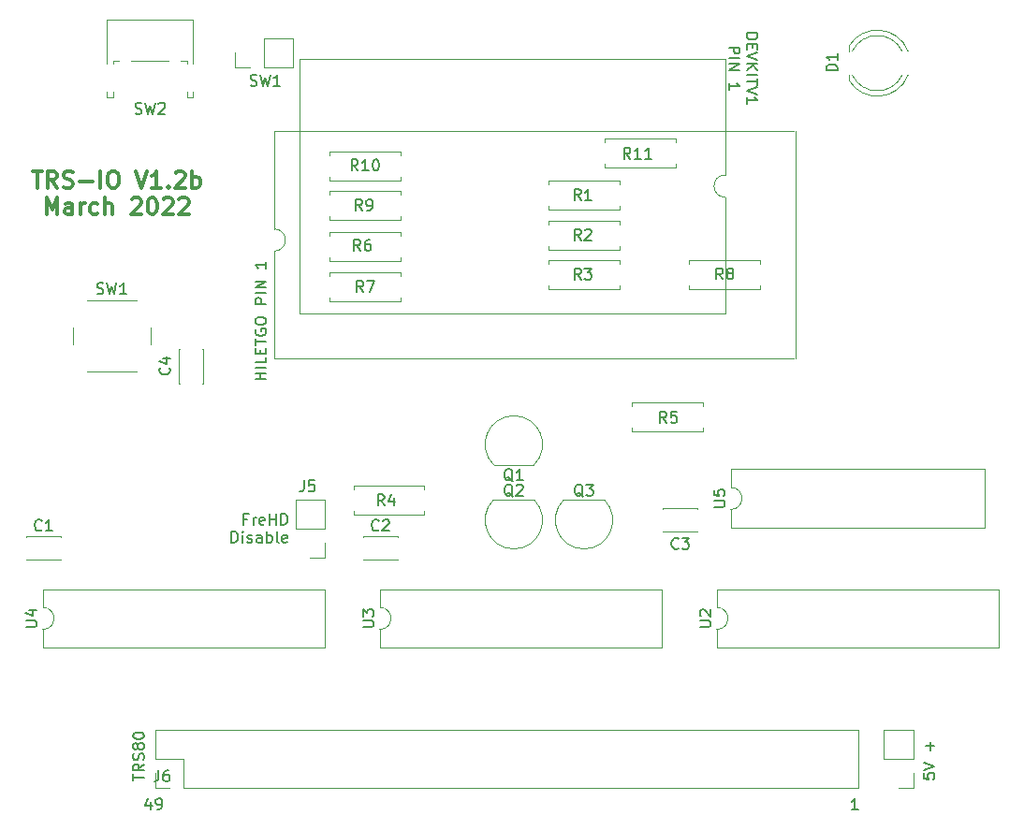
<source format=gbr>
G04 #@! TF.GenerationSoftware,KiCad,Pcbnew,(6.0.2-0)*
G04 #@! TF.CreationDate,2022-03-07T22:02:57-08:00*
G04 #@! TF.ProjectId,TRSIO,54525349-4f2e-46b6-9963-61645f706362,rev?*
G04 #@! TF.SameCoordinates,Original*
G04 #@! TF.FileFunction,Legend,Top*
G04 #@! TF.FilePolarity,Positive*
%FSLAX46Y46*%
G04 Gerber Fmt 4.6, Leading zero omitted, Abs format (unit mm)*
G04 Created by KiCad (PCBNEW (6.0.2-0)) date 2022-03-07 22:02:57*
%MOMM*%
%LPD*%
G01*
G04 APERTURE LIST*
%ADD10C,0.150000*%
%ADD11C,0.300000*%
%ADD12C,0.120000*%
G04 APERTURE END LIST*
D10*
X148272666Y-74953761D02*
X148415523Y-75001380D01*
X148653619Y-75001380D01*
X148748857Y-74953761D01*
X148796476Y-74906142D01*
X148844095Y-74810904D01*
X148844095Y-74715666D01*
X148796476Y-74620428D01*
X148748857Y-74572809D01*
X148653619Y-74525190D01*
X148463142Y-74477571D01*
X148367904Y-74429952D01*
X148320285Y-74382333D01*
X148272666Y-74287095D01*
X148272666Y-74191857D01*
X148320285Y-74096619D01*
X148367904Y-74049000D01*
X148463142Y-74001380D01*
X148701238Y-74001380D01*
X148844095Y-74049000D01*
X149177428Y-74001380D02*
X149415523Y-75001380D01*
X149606000Y-74287095D01*
X149796476Y-75001380D01*
X150034571Y-74001380D01*
X150939333Y-75001380D02*
X150367904Y-75001380D01*
X150653619Y-75001380D02*
X150653619Y-74001380D01*
X150558380Y-74144238D01*
X150463142Y-74239476D01*
X150367904Y-74287095D01*
X209129380Y-137207476D02*
X209129380Y-137683666D01*
X209605571Y-137731285D01*
X209557952Y-137683666D01*
X209510333Y-137588428D01*
X209510333Y-137350333D01*
X209557952Y-137255095D01*
X209605571Y-137207476D01*
X209700809Y-137159857D01*
X209938904Y-137159857D01*
X210034142Y-137207476D01*
X210081761Y-137255095D01*
X210129380Y-137350333D01*
X210129380Y-137588428D01*
X210081761Y-137683666D01*
X210034142Y-137731285D01*
X209129380Y-136874142D02*
X210129380Y-136540809D01*
X209129380Y-136207476D01*
X209748428Y-135112238D02*
X209748428Y-134350333D01*
X210129380Y-134731285D02*
X209367476Y-134731285D01*
X193138619Y-70239333D02*
X194138619Y-70239333D01*
X194138619Y-70477428D01*
X194091000Y-70620285D01*
X193995761Y-70715523D01*
X193900523Y-70763142D01*
X193710047Y-70810761D01*
X193567190Y-70810761D01*
X193376714Y-70763142D01*
X193281476Y-70715523D01*
X193186238Y-70620285D01*
X193138619Y-70477428D01*
X193138619Y-70239333D01*
X193662428Y-71239333D02*
X193662428Y-71572666D01*
X193138619Y-71715523D02*
X193138619Y-71239333D01*
X194138619Y-71239333D01*
X194138619Y-71715523D01*
X194138619Y-72001238D02*
X193138619Y-72334571D01*
X194138619Y-72667904D01*
X193138619Y-73001238D02*
X194138619Y-73001238D01*
X193138619Y-73572666D02*
X193710047Y-73144095D01*
X194138619Y-73572666D02*
X193567190Y-73001238D01*
X193138619Y-74001238D02*
X194138619Y-74001238D01*
X194138619Y-74334571D02*
X194138619Y-74906000D01*
X193138619Y-74620285D02*
X194138619Y-74620285D01*
X194138619Y-75096476D02*
X193138619Y-75429809D01*
X194138619Y-75763142D01*
X193138619Y-76620285D02*
X193138619Y-76048857D01*
X193138619Y-76334571D02*
X194138619Y-76334571D01*
X193995761Y-76239333D01*
X193900523Y-76144095D01*
X193852904Y-76048857D01*
X191528619Y-71525047D02*
X192528619Y-71525047D01*
X192528619Y-71906000D01*
X192481000Y-72001238D01*
X192433380Y-72048857D01*
X192338142Y-72096476D01*
X192195285Y-72096476D01*
X192100047Y-72048857D01*
X192052428Y-72001238D01*
X192004809Y-71906000D01*
X192004809Y-71525047D01*
X191528619Y-72525047D02*
X192528619Y-72525047D01*
X191528619Y-73001238D02*
X192528619Y-73001238D01*
X191528619Y-73572666D01*
X192528619Y-73572666D01*
X191528619Y-75334571D02*
X191528619Y-74763142D01*
X191528619Y-75048857D02*
X192528619Y-75048857D01*
X192385761Y-74953619D01*
X192290523Y-74858380D01*
X192242904Y-74763142D01*
D11*
X128557142Y-82721071D02*
X129414285Y-82721071D01*
X128985714Y-84221071D02*
X128985714Y-82721071D01*
X130771428Y-84221071D02*
X130271428Y-83506785D01*
X129914285Y-84221071D02*
X129914285Y-82721071D01*
X130485714Y-82721071D01*
X130628571Y-82792500D01*
X130700000Y-82863928D01*
X130771428Y-83006785D01*
X130771428Y-83221071D01*
X130700000Y-83363928D01*
X130628571Y-83435357D01*
X130485714Y-83506785D01*
X129914285Y-83506785D01*
X131342857Y-84149642D02*
X131557142Y-84221071D01*
X131914285Y-84221071D01*
X132057142Y-84149642D01*
X132128571Y-84078214D01*
X132200000Y-83935357D01*
X132200000Y-83792500D01*
X132128571Y-83649642D01*
X132057142Y-83578214D01*
X131914285Y-83506785D01*
X131628571Y-83435357D01*
X131485714Y-83363928D01*
X131414285Y-83292500D01*
X131342857Y-83149642D01*
X131342857Y-83006785D01*
X131414285Y-82863928D01*
X131485714Y-82792500D01*
X131628571Y-82721071D01*
X131985714Y-82721071D01*
X132200000Y-82792500D01*
X132842857Y-83649642D02*
X133985714Y-83649642D01*
X134700000Y-84221071D02*
X134700000Y-82721071D01*
X135700000Y-82721071D02*
X135985714Y-82721071D01*
X136128571Y-82792500D01*
X136271428Y-82935357D01*
X136342857Y-83221071D01*
X136342857Y-83721071D01*
X136271428Y-84006785D01*
X136128571Y-84149642D01*
X135985714Y-84221071D01*
X135700000Y-84221071D01*
X135557142Y-84149642D01*
X135414285Y-84006785D01*
X135342857Y-83721071D01*
X135342857Y-83221071D01*
X135414285Y-82935357D01*
X135557142Y-82792500D01*
X135700000Y-82721071D01*
X137914285Y-82721071D02*
X138414285Y-84221071D01*
X138914285Y-82721071D01*
X140200000Y-84221071D02*
X139342857Y-84221071D01*
X139771428Y-84221071D02*
X139771428Y-82721071D01*
X139628571Y-82935357D01*
X139485714Y-83078214D01*
X139342857Y-83149642D01*
X140842857Y-84078214D02*
X140914285Y-84149642D01*
X140842857Y-84221071D01*
X140771428Y-84149642D01*
X140842857Y-84078214D01*
X140842857Y-84221071D01*
X141485714Y-82863928D02*
X141557142Y-82792500D01*
X141700000Y-82721071D01*
X142057142Y-82721071D01*
X142200000Y-82792500D01*
X142271428Y-82863928D01*
X142342857Y-83006785D01*
X142342857Y-83149642D01*
X142271428Y-83363928D01*
X141414285Y-84221071D01*
X142342857Y-84221071D01*
X142985714Y-84221071D02*
X142985714Y-82721071D01*
X142985714Y-83292500D02*
X143128571Y-83221071D01*
X143414285Y-83221071D01*
X143557142Y-83292500D01*
X143628571Y-83363928D01*
X143700000Y-83506785D01*
X143700000Y-83935357D01*
X143628571Y-84078214D01*
X143557142Y-84149642D01*
X143414285Y-84221071D01*
X143128571Y-84221071D01*
X142985714Y-84149642D01*
X129807142Y-86636071D02*
X129807142Y-85136071D01*
X130307142Y-86207500D01*
X130807142Y-85136071D01*
X130807142Y-86636071D01*
X132164285Y-86636071D02*
X132164285Y-85850357D01*
X132092857Y-85707500D01*
X131950000Y-85636071D01*
X131664285Y-85636071D01*
X131521428Y-85707500D01*
X132164285Y-86564642D02*
X132021428Y-86636071D01*
X131664285Y-86636071D01*
X131521428Y-86564642D01*
X131450000Y-86421785D01*
X131450000Y-86278928D01*
X131521428Y-86136071D01*
X131664285Y-86064642D01*
X132021428Y-86064642D01*
X132164285Y-85993214D01*
X132878571Y-86636071D02*
X132878571Y-85636071D01*
X132878571Y-85921785D02*
X132950000Y-85778928D01*
X133021428Y-85707500D01*
X133164285Y-85636071D01*
X133307142Y-85636071D01*
X134450000Y-86564642D02*
X134307142Y-86636071D01*
X134021428Y-86636071D01*
X133878571Y-86564642D01*
X133807142Y-86493214D01*
X133735714Y-86350357D01*
X133735714Y-85921785D01*
X133807142Y-85778928D01*
X133878571Y-85707500D01*
X134021428Y-85636071D01*
X134307142Y-85636071D01*
X134450000Y-85707500D01*
X135092857Y-86636071D02*
X135092857Y-85136071D01*
X135735714Y-86636071D02*
X135735714Y-85850357D01*
X135664285Y-85707500D01*
X135521428Y-85636071D01*
X135307142Y-85636071D01*
X135164285Y-85707500D01*
X135092857Y-85778928D01*
X137521428Y-85278928D02*
X137592857Y-85207500D01*
X137735714Y-85136071D01*
X138092857Y-85136071D01*
X138235714Y-85207500D01*
X138307142Y-85278928D01*
X138378571Y-85421785D01*
X138378571Y-85564642D01*
X138307142Y-85778928D01*
X137450000Y-86636071D01*
X138378571Y-86636071D01*
X139307142Y-85136071D02*
X139450000Y-85136071D01*
X139592857Y-85207500D01*
X139664285Y-85278928D01*
X139735714Y-85421785D01*
X139807142Y-85707500D01*
X139807142Y-86064642D01*
X139735714Y-86350357D01*
X139664285Y-86493214D01*
X139592857Y-86564642D01*
X139450000Y-86636071D01*
X139307142Y-86636071D01*
X139164285Y-86564642D01*
X139092857Y-86493214D01*
X139021428Y-86350357D01*
X138950000Y-86064642D01*
X138950000Y-85707500D01*
X139021428Y-85421785D01*
X139092857Y-85278928D01*
X139164285Y-85207500D01*
X139307142Y-85136071D01*
X140378571Y-85278928D02*
X140450000Y-85207500D01*
X140592857Y-85136071D01*
X140950000Y-85136071D01*
X141092857Y-85207500D01*
X141164285Y-85278928D01*
X141235714Y-85421785D01*
X141235714Y-85564642D01*
X141164285Y-85778928D01*
X140307142Y-86636071D01*
X141235714Y-86636071D01*
X141807142Y-85278928D02*
X141878571Y-85207500D01*
X142021428Y-85136071D01*
X142378571Y-85136071D01*
X142521428Y-85207500D01*
X142592857Y-85278928D01*
X142664285Y-85421785D01*
X142664285Y-85564642D01*
X142592857Y-85778928D01*
X141735714Y-86636071D01*
X142664285Y-86636071D01*
D10*
X139223785Y-139803214D02*
X139223785Y-140469880D01*
X138985690Y-139422261D02*
X138747595Y-140136547D01*
X139366642Y-140136547D01*
X139795214Y-140469880D02*
X139985690Y-140469880D01*
X140080928Y-140422261D01*
X140128547Y-140374642D01*
X140223785Y-140231785D01*
X140271404Y-140041309D01*
X140271404Y-139660357D01*
X140223785Y-139565119D01*
X140176166Y-139517500D01*
X140080928Y-139469880D01*
X139890452Y-139469880D01*
X139795214Y-139517500D01*
X139747595Y-139565119D01*
X139699976Y-139660357D01*
X139699976Y-139898452D01*
X139747595Y-139993690D01*
X139795214Y-140041309D01*
X139890452Y-140088928D01*
X140080928Y-140088928D01*
X140176166Y-140041309D01*
X140223785Y-139993690D01*
X140271404Y-139898452D01*
X137628380Y-137850285D02*
X137628380Y-137278857D01*
X138628380Y-137564571D02*
X137628380Y-137564571D01*
X138628380Y-136374095D02*
X138152190Y-136707428D01*
X138628380Y-136945523D02*
X137628380Y-136945523D01*
X137628380Y-136564571D01*
X137676000Y-136469333D01*
X137723619Y-136421714D01*
X137818857Y-136374095D01*
X137961714Y-136374095D01*
X138056952Y-136421714D01*
X138104571Y-136469333D01*
X138152190Y-136564571D01*
X138152190Y-136945523D01*
X138580761Y-135993142D02*
X138628380Y-135850285D01*
X138628380Y-135612190D01*
X138580761Y-135516952D01*
X138533142Y-135469333D01*
X138437904Y-135421714D01*
X138342666Y-135421714D01*
X138247428Y-135469333D01*
X138199809Y-135516952D01*
X138152190Y-135612190D01*
X138104571Y-135802666D01*
X138056952Y-135897904D01*
X138009333Y-135945523D01*
X137914095Y-135993142D01*
X137818857Y-135993142D01*
X137723619Y-135945523D01*
X137676000Y-135897904D01*
X137628380Y-135802666D01*
X137628380Y-135564571D01*
X137676000Y-135421714D01*
X138056952Y-134850285D02*
X138009333Y-134945523D01*
X137961714Y-134993142D01*
X137866476Y-135040761D01*
X137818857Y-135040761D01*
X137723619Y-134993142D01*
X137676000Y-134945523D01*
X137628380Y-134850285D01*
X137628380Y-134659809D01*
X137676000Y-134564571D01*
X137723619Y-134516952D01*
X137818857Y-134469333D01*
X137866476Y-134469333D01*
X137961714Y-134516952D01*
X138009333Y-134564571D01*
X138056952Y-134659809D01*
X138056952Y-134850285D01*
X138104571Y-134945523D01*
X138152190Y-134993142D01*
X138247428Y-135040761D01*
X138437904Y-135040761D01*
X138533142Y-134993142D01*
X138580761Y-134945523D01*
X138628380Y-134850285D01*
X138628380Y-134659809D01*
X138580761Y-134564571D01*
X138533142Y-134516952D01*
X138437904Y-134469333D01*
X138247428Y-134469333D01*
X138152190Y-134516952D01*
X138104571Y-134564571D01*
X138056952Y-134659809D01*
X137628380Y-133850285D02*
X137628380Y-133755047D01*
X137676000Y-133659809D01*
X137723619Y-133612190D01*
X137818857Y-133564571D01*
X138009333Y-133516952D01*
X138247428Y-133516952D01*
X138437904Y-133564571D01*
X138533142Y-133612190D01*
X138580761Y-133659809D01*
X138628380Y-133755047D01*
X138628380Y-133850285D01*
X138580761Y-133945523D01*
X138533142Y-133993142D01*
X138437904Y-134040761D01*
X138247428Y-134088380D01*
X138009333Y-134088380D01*
X137818857Y-134040761D01*
X137723619Y-133993142D01*
X137676000Y-133945523D01*
X137628380Y-133850285D01*
X147984976Y-114185571D02*
X147651642Y-114185571D01*
X147651642Y-114709380D02*
X147651642Y-113709380D01*
X148127833Y-113709380D01*
X148508785Y-114709380D02*
X148508785Y-114042714D01*
X148508785Y-114233190D02*
X148556404Y-114137952D01*
X148604023Y-114090333D01*
X148699261Y-114042714D01*
X148794500Y-114042714D01*
X149508785Y-114661761D02*
X149413547Y-114709380D01*
X149223071Y-114709380D01*
X149127833Y-114661761D01*
X149080214Y-114566523D01*
X149080214Y-114185571D01*
X149127833Y-114090333D01*
X149223071Y-114042714D01*
X149413547Y-114042714D01*
X149508785Y-114090333D01*
X149556404Y-114185571D01*
X149556404Y-114280809D01*
X149080214Y-114376047D01*
X149984976Y-114709380D02*
X149984976Y-113709380D01*
X149984976Y-114185571D02*
X150556404Y-114185571D01*
X150556404Y-114709380D02*
X150556404Y-113709380D01*
X151032595Y-114709380D02*
X151032595Y-113709380D01*
X151270690Y-113709380D01*
X151413547Y-113757000D01*
X151508785Y-113852238D01*
X151556404Y-113947476D01*
X151604023Y-114137952D01*
X151604023Y-114280809D01*
X151556404Y-114471285D01*
X151508785Y-114566523D01*
X151413547Y-114661761D01*
X151270690Y-114709380D01*
X151032595Y-114709380D01*
X146556404Y-116319380D02*
X146556404Y-115319380D01*
X146794500Y-115319380D01*
X146937357Y-115367000D01*
X147032595Y-115462238D01*
X147080214Y-115557476D01*
X147127833Y-115747952D01*
X147127833Y-115890809D01*
X147080214Y-116081285D01*
X147032595Y-116176523D01*
X146937357Y-116271761D01*
X146794500Y-116319380D01*
X146556404Y-116319380D01*
X147556404Y-116319380D02*
X147556404Y-115652714D01*
X147556404Y-115319380D02*
X147508785Y-115367000D01*
X147556404Y-115414619D01*
X147604023Y-115367000D01*
X147556404Y-115319380D01*
X147556404Y-115414619D01*
X147984976Y-116271761D02*
X148080214Y-116319380D01*
X148270690Y-116319380D01*
X148365928Y-116271761D01*
X148413547Y-116176523D01*
X148413547Y-116128904D01*
X148365928Y-116033666D01*
X148270690Y-115986047D01*
X148127833Y-115986047D01*
X148032595Y-115938428D01*
X147984976Y-115843190D01*
X147984976Y-115795571D01*
X148032595Y-115700333D01*
X148127833Y-115652714D01*
X148270690Y-115652714D01*
X148365928Y-115700333D01*
X149270690Y-116319380D02*
X149270690Y-115795571D01*
X149223071Y-115700333D01*
X149127833Y-115652714D01*
X148937357Y-115652714D01*
X148842119Y-115700333D01*
X149270690Y-116271761D02*
X149175452Y-116319380D01*
X148937357Y-116319380D01*
X148842119Y-116271761D01*
X148794500Y-116176523D01*
X148794500Y-116081285D01*
X148842119Y-115986047D01*
X148937357Y-115938428D01*
X149175452Y-115938428D01*
X149270690Y-115890809D01*
X149746880Y-116319380D02*
X149746880Y-115319380D01*
X149746880Y-115700333D02*
X149842119Y-115652714D01*
X150032595Y-115652714D01*
X150127833Y-115700333D01*
X150175452Y-115747952D01*
X150223071Y-115843190D01*
X150223071Y-116128904D01*
X150175452Y-116224142D01*
X150127833Y-116271761D01*
X150032595Y-116319380D01*
X149842119Y-116319380D01*
X149746880Y-116271761D01*
X150794500Y-116319380D02*
X150699261Y-116271761D01*
X150651642Y-116176523D01*
X150651642Y-115319380D01*
X151556404Y-116271761D02*
X151461166Y-116319380D01*
X151270690Y-116319380D01*
X151175452Y-116271761D01*
X151127833Y-116176523D01*
X151127833Y-115795571D01*
X151175452Y-115700333D01*
X151270690Y-115652714D01*
X151461166Y-115652714D01*
X151556404Y-115700333D01*
X151604023Y-115795571D01*
X151604023Y-115890809D01*
X151127833Y-115986047D01*
X149677380Y-101551714D02*
X148677380Y-101551714D01*
X149153571Y-101551714D02*
X149153571Y-100980285D01*
X149677380Y-100980285D02*
X148677380Y-100980285D01*
X149677380Y-100504095D02*
X148677380Y-100504095D01*
X149677380Y-99551714D02*
X149677380Y-100027904D01*
X148677380Y-100027904D01*
X149153571Y-99218380D02*
X149153571Y-98885047D01*
X149677380Y-98742190D02*
X149677380Y-99218380D01*
X148677380Y-99218380D01*
X148677380Y-98742190D01*
X148677380Y-98456476D02*
X148677380Y-97885047D01*
X149677380Y-98170761D02*
X148677380Y-98170761D01*
X148725000Y-97027904D02*
X148677380Y-97123142D01*
X148677380Y-97266000D01*
X148725000Y-97408857D01*
X148820238Y-97504095D01*
X148915476Y-97551714D01*
X149105952Y-97599333D01*
X149248809Y-97599333D01*
X149439285Y-97551714D01*
X149534523Y-97504095D01*
X149629761Y-97408857D01*
X149677380Y-97266000D01*
X149677380Y-97170761D01*
X149629761Y-97027904D01*
X149582142Y-96980285D01*
X149248809Y-96980285D01*
X149248809Y-97170761D01*
X148677380Y-96361238D02*
X148677380Y-96170761D01*
X148725000Y-96075523D01*
X148820238Y-95980285D01*
X149010714Y-95932666D01*
X149344047Y-95932666D01*
X149534523Y-95980285D01*
X149629761Y-96075523D01*
X149677380Y-96170761D01*
X149677380Y-96361238D01*
X149629761Y-96456476D01*
X149534523Y-96551714D01*
X149344047Y-96599333D01*
X149010714Y-96599333D01*
X148820238Y-96551714D01*
X148725000Y-96456476D01*
X148677380Y-96361238D01*
X149677380Y-94742190D02*
X148677380Y-94742190D01*
X148677380Y-94361238D01*
X148725000Y-94266000D01*
X148772619Y-94218380D01*
X148867857Y-94170761D01*
X149010714Y-94170761D01*
X149105952Y-94218380D01*
X149153571Y-94266000D01*
X149201190Y-94361238D01*
X149201190Y-94742190D01*
X149677380Y-93742190D02*
X148677380Y-93742190D01*
X149677380Y-93266000D02*
X148677380Y-93266000D01*
X149677380Y-92694571D01*
X148677380Y-92694571D01*
X149677380Y-90932666D02*
X149677380Y-91504095D01*
X149677380Y-91218380D02*
X148677380Y-91218380D01*
X148820238Y-91313619D01*
X148915476Y-91408857D01*
X148963095Y-91504095D01*
X203231714Y-140469880D02*
X202660285Y-140469880D01*
X202946000Y-140469880D02*
X202946000Y-139469880D01*
X202850761Y-139612738D01*
X202755523Y-139707976D01*
X202660285Y-139755595D01*
X129373333Y-115165142D02*
X129325714Y-115212761D01*
X129182857Y-115260380D01*
X129087619Y-115260380D01*
X128944761Y-115212761D01*
X128849523Y-115117523D01*
X128801904Y-115022285D01*
X128754285Y-114831809D01*
X128754285Y-114688952D01*
X128801904Y-114498476D01*
X128849523Y-114403238D01*
X128944761Y-114308000D01*
X129087619Y-114260380D01*
X129182857Y-114260380D01*
X129325714Y-114308000D01*
X129373333Y-114355619D01*
X130325714Y-115260380D02*
X129754285Y-115260380D01*
X130040000Y-115260380D02*
X130040000Y-114260380D01*
X129944761Y-114403238D01*
X129849523Y-114498476D01*
X129754285Y-114546095D01*
X159853333Y-115165142D02*
X159805714Y-115212761D01*
X159662857Y-115260380D01*
X159567619Y-115260380D01*
X159424761Y-115212761D01*
X159329523Y-115117523D01*
X159281904Y-115022285D01*
X159234285Y-114831809D01*
X159234285Y-114688952D01*
X159281904Y-114498476D01*
X159329523Y-114403238D01*
X159424761Y-114308000D01*
X159567619Y-114260380D01*
X159662857Y-114260380D01*
X159805714Y-114308000D01*
X159853333Y-114355619D01*
X160234285Y-114355619D02*
X160281904Y-114308000D01*
X160377142Y-114260380D01*
X160615238Y-114260380D01*
X160710476Y-114308000D01*
X160758095Y-114355619D01*
X160805714Y-114450857D01*
X160805714Y-114546095D01*
X160758095Y-114688952D01*
X160186666Y-115260380D01*
X160805714Y-115260380D01*
X186967833Y-116816142D02*
X186920214Y-116863761D01*
X186777357Y-116911380D01*
X186682119Y-116911380D01*
X186539261Y-116863761D01*
X186444023Y-116768523D01*
X186396404Y-116673285D01*
X186348785Y-116482809D01*
X186348785Y-116339952D01*
X186396404Y-116149476D01*
X186444023Y-116054238D01*
X186539261Y-115959000D01*
X186682119Y-115911380D01*
X186777357Y-115911380D01*
X186920214Y-115959000D01*
X186967833Y-116006619D01*
X187301166Y-115911380D02*
X187920214Y-115911380D01*
X187586880Y-116292333D01*
X187729738Y-116292333D01*
X187824976Y-116339952D01*
X187872595Y-116387571D01*
X187920214Y-116482809D01*
X187920214Y-116720904D01*
X187872595Y-116816142D01*
X187824976Y-116863761D01*
X187729738Y-116911380D01*
X187444023Y-116911380D01*
X187348785Y-116863761D01*
X187301166Y-116816142D01*
X140922142Y-100516666D02*
X140969761Y-100564285D01*
X141017380Y-100707142D01*
X141017380Y-100802380D01*
X140969761Y-100945238D01*
X140874523Y-101040476D01*
X140779285Y-101088095D01*
X140588809Y-101135714D01*
X140445952Y-101135714D01*
X140255476Y-101088095D01*
X140160238Y-101040476D01*
X140065000Y-100945238D01*
X140017380Y-100802380D01*
X140017380Y-100707142D01*
X140065000Y-100564285D01*
X140112619Y-100516666D01*
X140350714Y-99659523D02*
X141017380Y-99659523D01*
X139969761Y-99897619D02*
X140684047Y-100135714D01*
X140684047Y-99516666D01*
X201343380Y-73624595D02*
X200343380Y-73624595D01*
X200343380Y-73386500D01*
X200391000Y-73243642D01*
X200486238Y-73148404D01*
X200581476Y-73100785D01*
X200771952Y-73053166D01*
X200914809Y-73053166D01*
X201105285Y-73100785D01*
X201200523Y-73148404D01*
X201295761Y-73243642D01*
X201343380Y-73386500D01*
X201343380Y-73624595D01*
X201343380Y-72100785D02*
X201343380Y-72672214D01*
X201343380Y-72386500D02*
X200343380Y-72386500D01*
X200486238Y-72481738D01*
X200581476Y-72576976D01*
X200629095Y-72672214D01*
X171989761Y-110783619D02*
X171894523Y-110736000D01*
X171799285Y-110640761D01*
X171656428Y-110497904D01*
X171561190Y-110450285D01*
X171465952Y-110450285D01*
X171513571Y-110688380D02*
X171418333Y-110640761D01*
X171323095Y-110545523D01*
X171275476Y-110355047D01*
X171275476Y-110021714D01*
X171323095Y-109831238D01*
X171418333Y-109736000D01*
X171513571Y-109688380D01*
X171704047Y-109688380D01*
X171799285Y-109736000D01*
X171894523Y-109831238D01*
X171942142Y-110021714D01*
X171942142Y-110355047D01*
X171894523Y-110545523D01*
X171799285Y-110640761D01*
X171704047Y-110688380D01*
X171513571Y-110688380D01*
X172894523Y-110688380D02*
X172323095Y-110688380D01*
X172608809Y-110688380D02*
X172608809Y-109688380D01*
X172513571Y-109831238D01*
X172418333Y-109926476D01*
X172323095Y-109974095D01*
X171989761Y-112180619D02*
X171894523Y-112133000D01*
X171799285Y-112037761D01*
X171656428Y-111894904D01*
X171561190Y-111847285D01*
X171465952Y-111847285D01*
X171513571Y-112085380D02*
X171418333Y-112037761D01*
X171323095Y-111942523D01*
X171275476Y-111752047D01*
X171275476Y-111418714D01*
X171323095Y-111228238D01*
X171418333Y-111133000D01*
X171513571Y-111085380D01*
X171704047Y-111085380D01*
X171799285Y-111133000D01*
X171894523Y-111228238D01*
X171942142Y-111418714D01*
X171942142Y-111752047D01*
X171894523Y-111942523D01*
X171799285Y-112037761D01*
X171704047Y-112085380D01*
X171513571Y-112085380D01*
X172323095Y-111180619D02*
X172370714Y-111133000D01*
X172465952Y-111085380D01*
X172704047Y-111085380D01*
X172799285Y-111133000D01*
X172846904Y-111180619D01*
X172894523Y-111275857D01*
X172894523Y-111371095D01*
X172846904Y-111513952D01*
X172275476Y-112085380D01*
X172894523Y-112085380D01*
X178339761Y-112180619D02*
X178244523Y-112133000D01*
X178149285Y-112037761D01*
X178006428Y-111894904D01*
X177911190Y-111847285D01*
X177815952Y-111847285D01*
X177863571Y-112085380D02*
X177768333Y-112037761D01*
X177673095Y-111942523D01*
X177625476Y-111752047D01*
X177625476Y-111418714D01*
X177673095Y-111228238D01*
X177768333Y-111133000D01*
X177863571Y-111085380D01*
X178054047Y-111085380D01*
X178149285Y-111133000D01*
X178244523Y-111228238D01*
X178292142Y-111418714D01*
X178292142Y-111752047D01*
X178244523Y-111942523D01*
X178149285Y-112037761D01*
X178054047Y-112085380D01*
X177863571Y-112085380D01*
X178625476Y-111085380D02*
X179244523Y-111085380D01*
X178911190Y-111466333D01*
X179054047Y-111466333D01*
X179149285Y-111513952D01*
X179196904Y-111561571D01*
X179244523Y-111656809D01*
X179244523Y-111894904D01*
X179196904Y-111990142D01*
X179149285Y-112037761D01*
X179054047Y-112085380D01*
X178768333Y-112085380D01*
X178673095Y-112037761D01*
X178625476Y-111990142D01*
X178141333Y-88971380D02*
X177808000Y-88495190D01*
X177569904Y-88971380D02*
X177569904Y-87971380D01*
X177950857Y-87971380D01*
X178046095Y-88019000D01*
X178093714Y-88066619D01*
X178141333Y-88161857D01*
X178141333Y-88304714D01*
X178093714Y-88399952D01*
X178046095Y-88447571D01*
X177950857Y-88495190D01*
X177569904Y-88495190D01*
X178522285Y-88066619D02*
X178569904Y-88019000D01*
X178665142Y-87971380D01*
X178903238Y-87971380D01*
X178998476Y-88019000D01*
X179046095Y-88066619D01*
X179093714Y-88161857D01*
X179093714Y-88257095D01*
X179046095Y-88399952D01*
X178474666Y-88971380D01*
X179093714Y-88971380D01*
X134377666Y-93781761D02*
X134520523Y-93829380D01*
X134758619Y-93829380D01*
X134853857Y-93781761D01*
X134901476Y-93734142D01*
X134949095Y-93638904D01*
X134949095Y-93543666D01*
X134901476Y-93448428D01*
X134853857Y-93400809D01*
X134758619Y-93353190D01*
X134568142Y-93305571D01*
X134472904Y-93257952D01*
X134425285Y-93210333D01*
X134377666Y-93115095D01*
X134377666Y-93019857D01*
X134425285Y-92924619D01*
X134472904Y-92877000D01*
X134568142Y-92829380D01*
X134806238Y-92829380D01*
X134949095Y-92877000D01*
X135282428Y-92829380D02*
X135520523Y-93829380D01*
X135711000Y-93115095D01*
X135901476Y-93829380D01*
X136139571Y-92829380D01*
X137044333Y-93829380D02*
X136472904Y-93829380D01*
X136758619Y-93829380D02*
X136758619Y-92829380D01*
X136663380Y-92972238D01*
X136568142Y-93067476D01*
X136472904Y-93115095D01*
X188892380Y-123951904D02*
X189701904Y-123951904D01*
X189797142Y-123904285D01*
X189844761Y-123856666D01*
X189892380Y-123761428D01*
X189892380Y-123570952D01*
X189844761Y-123475714D01*
X189797142Y-123428095D01*
X189701904Y-123380476D01*
X188892380Y-123380476D01*
X188987619Y-122951904D02*
X188940000Y-122904285D01*
X188892380Y-122809047D01*
X188892380Y-122570952D01*
X188940000Y-122475714D01*
X188987619Y-122428095D01*
X189082857Y-122380476D01*
X189178095Y-122380476D01*
X189320952Y-122428095D01*
X189892380Y-122999523D01*
X189892380Y-122380476D01*
X158412380Y-123951904D02*
X159221904Y-123951904D01*
X159317142Y-123904285D01*
X159364761Y-123856666D01*
X159412380Y-123761428D01*
X159412380Y-123570952D01*
X159364761Y-123475714D01*
X159317142Y-123428095D01*
X159221904Y-123380476D01*
X158412380Y-123380476D01*
X158412380Y-122999523D02*
X158412380Y-122380476D01*
X158793333Y-122713809D01*
X158793333Y-122570952D01*
X158840952Y-122475714D01*
X158888571Y-122428095D01*
X158983809Y-122380476D01*
X159221904Y-122380476D01*
X159317142Y-122428095D01*
X159364761Y-122475714D01*
X159412380Y-122570952D01*
X159412380Y-122856666D01*
X159364761Y-122951904D01*
X159317142Y-122999523D01*
X127932380Y-123951904D02*
X128741904Y-123951904D01*
X128837142Y-123904285D01*
X128884761Y-123856666D01*
X128932380Y-123761428D01*
X128932380Y-123570952D01*
X128884761Y-123475714D01*
X128837142Y-123428095D01*
X128741904Y-123380476D01*
X127932380Y-123380476D01*
X128265714Y-122475714D02*
X128932380Y-122475714D01*
X127884761Y-122713809D02*
X128599047Y-122951904D01*
X128599047Y-122332857D01*
X137858666Y-77493761D02*
X138001523Y-77541380D01*
X138239619Y-77541380D01*
X138334857Y-77493761D01*
X138382476Y-77446142D01*
X138430095Y-77350904D01*
X138430095Y-77255666D01*
X138382476Y-77160428D01*
X138334857Y-77112809D01*
X138239619Y-77065190D01*
X138049142Y-77017571D01*
X137953904Y-76969952D01*
X137906285Y-76922333D01*
X137858666Y-76827095D01*
X137858666Y-76731857D01*
X137906285Y-76636619D01*
X137953904Y-76589000D01*
X138049142Y-76541380D01*
X138287238Y-76541380D01*
X138430095Y-76589000D01*
X138763428Y-76541380D02*
X139001523Y-77541380D01*
X139192000Y-76827095D01*
X139382476Y-77541380D01*
X139620571Y-76541380D01*
X139953904Y-76636619D02*
X140001523Y-76589000D01*
X140096761Y-76541380D01*
X140334857Y-76541380D01*
X140430095Y-76589000D01*
X140477714Y-76636619D01*
X140525333Y-76731857D01*
X140525333Y-76827095D01*
X140477714Y-76969952D01*
X139906285Y-77541380D01*
X140525333Y-77541380D01*
X153082666Y-110704380D02*
X153082666Y-111418666D01*
X153035047Y-111561523D01*
X152939809Y-111656761D01*
X152796952Y-111704380D01*
X152701714Y-111704380D01*
X154035047Y-110704380D02*
X153558857Y-110704380D01*
X153511238Y-111180571D01*
X153558857Y-111132952D01*
X153654095Y-111085333D01*
X153892190Y-111085333D01*
X153987428Y-111132952D01*
X154035047Y-111180571D01*
X154082666Y-111275809D01*
X154082666Y-111513904D01*
X154035047Y-111609142D01*
X153987428Y-111656761D01*
X153892190Y-111704380D01*
X153654095Y-111704380D01*
X153558857Y-111656761D01*
X153511238Y-111609142D01*
X160361333Y-112974380D02*
X160028000Y-112498190D01*
X159789904Y-112974380D02*
X159789904Y-111974380D01*
X160170857Y-111974380D01*
X160266095Y-112022000D01*
X160313714Y-112069619D01*
X160361333Y-112164857D01*
X160361333Y-112307714D01*
X160313714Y-112402952D01*
X160266095Y-112450571D01*
X160170857Y-112498190D01*
X159789904Y-112498190D01*
X161218476Y-112307714D02*
X161218476Y-112974380D01*
X160980380Y-111926761D02*
X160742285Y-112641047D01*
X161361333Y-112641047D01*
X139938166Y-136929880D02*
X139938166Y-137644166D01*
X139890547Y-137787023D01*
X139795309Y-137882261D01*
X139652452Y-137929880D01*
X139557214Y-137929880D01*
X140842928Y-136929880D02*
X140652452Y-136929880D01*
X140557214Y-136977500D01*
X140509595Y-137025119D01*
X140414357Y-137167976D01*
X140366738Y-137358452D01*
X140366738Y-137739404D01*
X140414357Y-137834642D01*
X140461976Y-137882261D01*
X140557214Y-137929880D01*
X140747690Y-137929880D01*
X140842928Y-137882261D01*
X140890547Y-137834642D01*
X140938166Y-137739404D01*
X140938166Y-137501309D01*
X140890547Y-137406071D01*
X140842928Y-137358452D01*
X140747690Y-137310833D01*
X140557214Y-137310833D01*
X140461976Y-137358452D01*
X140414357Y-137406071D01*
X140366738Y-137501309D01*
X185888333Y-105481380D02*
X185555000Y-105005190D01*
X185316904Y-105481380D02*
X185316904Y-104481380D01*
X185697857Y-104481380D01*
X185793095Y-104529000D01*
X185840714Y-104576619D01*
X185888333Y-104671857D01*
X185888333Y-104814714D01*
X185840714Y-104909952D01*
X185793095Y-104957571D01*
X185697857Y-105005190D01*
X185316904Y-105005190D01*
X186793095Y-104481380D02*
X186316904Y-104481380D01*
X186269285Y-104957571D01*
X186316904Y-104909952D01*
X186412142Y-104862333D01*
X186650238Y-104862333D01*
X186745476Y-104909952D01*
X186793095Y-104957571D01*
X186840714Y-105052809D01*
X186840714Y-105290904D01*
X186793095Y-105386142D01*
X186745476Y-105433761D01*
X186650238Y-105481380D01*
X186412142Y-105481380D01*
X186316904Y-105433761D01*
X186269285Y-105386142D01*
X158202333Y-89923880D02*
X157869000Y-89447690D01*
X157630904Y-89923880D02*
X157630904Y-88923880D01*
X158011857Y-88923880D01*
X158107095Y-88971500D01*
X158154714Y-89019119D01*
X158202333Y-89114357D01*
X158202333Y-89257214D01*
X158154714Y-89352452D01*
X158107095Y-89400071D01*
X158011857Y-89447690D01*
X157630904Y-89447690D01*
X159059476Y-88923880D02*
X158869000Y-88923880D01*
X158773761Y-88971500D01*
X158726142Y-89019119D01*
X158630904Y-89161976D01*
X158583285Y-89352452D01*
X158583285Y-89733404D01*
X158630904Y-89828642D01*
X158678523Y-89876261D01*
X158773761Y-89923880D01*
X158964238Y-89923880D01*
X159059476Y-89876261D01*
X159107095Y-89828642D01*
X159154714Y-89733404D01*
X159154714Y-89495309D01*
X159107095Y-89400071D01*
X159059476Y-89352452D01*
X158964238Y-89304833D01*
X158773761Y-89304833D01*
X158678523Y-89352452D01*
X158630904Y-89400071D01*
X158583285Y-89495309D01*
X158469332Y-93648879D02*
X158135999Y-93172689D01*
X157897903Y-93648879D02*
X157897903Y-92648879D01*
X158278856Y-92648879D01*
X158374094Y-92696499D01*
X158421713Y-92744118D01*
X158469332Y-92839356D01*
X158469332Y-92982213D01*
X158421713Y-93077451D01*
X158374094Y-93125070D01*
X158278856Y-93172689D01*
X157897903Y-93172689D01*
X158802665Y-92648879D02*
X159469332Y-92648879D01*
X159040760Y-93648879D01*
X190976332Y-92501379D02*
X190642999Y-92025189D01*
X190404903Y-92501379D02*
X190404903Y-91501379D01*
X190785856Y-91501379D01*
X190881094Y-91548999D01*
X190928713Y-91596618D01*
X190976332Y-91691856D01*
X190976332Y-91834713D01*
X190928713Y-91929951D01*
X190881094Y-91977570D01*
X190785856Y-92025189D01*
X190404903Y-92025189D01*
X191547760Y-91929951D02*
X191452522Y-91882332D01*
X191404903Y-91834713D01*
X191357284Y-91739475D01*
X191357284Y-91691856D01*
X191404903Y-91596618D01*
X191452522Y-91548999D01*
X191547760Y-91501379D01*
X191738237Y-91501379D01*
X191833475Y-91548999D01*
X191881094Y-91596618D01*
X191928713Y-91691856D01*
X191928713Y-91739475D01*
X191881094Y-91834713D01*
X191833475Y-91882332D01*
X191738237Y-91929951D01*
X191547760Y-91929951D01*
X191452522Y-91977570D01*
X191404903Y-92025189D01*
X191357284Y-92120427D01*
X191357284Y-92310903D01*
X191404903Y-92406141D01*
X191452522Y-92453760D01*
X191547760Y-92501379D01*
X191738237Y-92501379D01*
X191833475Y-92453760D01*
X191881094Y-92406141D01*
X191928713Y-92310903D01*
X191928713Y-92120427D01*
X191881094Y-92025189D01*
X191833475Y-91977570D01*
X191738237Y-91929951D01*
X158358832Y-86271379D02*
X158025499Y-85795189D01*
X157787403Y-86271379D02*
X157787403Y-85271379D01*
X158168356Y-85271379D01*
X158263594Y-85318999D01*
X158311213Y-85366618D01*
X158358832Y-85461856D01*
X158358832Y-85604713D01*
X158311213Y-85699951D01*
X158263594Y-85747570D01*
X158168356Y-85795189D01*
X157787403Y-85795189D01*
X158835022Y-86271379D02*
X159025499Y-86271379D01*
X159120737Y-86223760D01*
X159168356Y-86176141D01*
X159263594Y-86033284D01*
X159311213Y-85842808D01*
X159311213Y-85461856D01*
X159263594Y-85366618D01*
X159215975Y-85318999D01*
X159120737Y-85271379D01*
X158930260Y-85271379D01*
X158835022Y-85318999D01*
X158787403Y-85366618D01*
X158739784Y-85461856D01*
X158739784Y-85699951D01*
X158787403Y-85795189D01*
X158835022Y-85842808D01*
X158930260Y-85890427D01*
X159120737Y-85890427D01*
X159215975Y-85842808D01*
X159263594Y-85795189D01*
X159311213Y-85699951D01*
X157980142Y-82656379D02*
X157646809Y-82180189D01*
X157408714Y-82656379D02*
X157408714Y-81656379D01*
X157789666Y-81656379D01*
X157884904Y-81703999D01*
X157932523Y-81751618D01*
X157980142Y-81846856D01*
X157980142Y-81989713D01*
X157932523Y-82084951D01*
X157884904Y-82132570D01*
X157789666Y-82180189D01*
X157408714Y-82180189D01*
X158932523Y-82656379D02*
X158361095Y-82656379D01*
X158646809Y-82656379D02*
X158646809Y-81656379D01*
X158551571Y-81799237D01*
X158456333Y-81894475D01*
X158361095Y-81942094D01*
X159551571Y-81656379D02*
X159646809Y-81656379D01*
X159742047Y-81703999D01*
X159789666Y-81751618D01*
X159837285Y-81846856D01*
X159884904Y-82037332D01*
X159884904Y-82275427D01*
X159837285Y-82465903D01*
X159789666Y-82561141D01*
X159742047Y-82608760D01*
X159646809Y-82656379D01*
X159551571Y-82656379D01*
X159456333Y-82608760D01*
X159408714Y-82561141D01*
X159361095Y-82465903D01*
X159313476Y-82275427D01*
X159313476Y-82037332D01*
X159361095Y-81846856D01*
X159408714Y-81751618D01*
X159456333Y-81703999D01*
X159551571Y-81656379D01*
X190162380Y-113093404D02*
X190971904Y-113093404D01*
X191067142Y-113045785D01*
X191114761Y-112998166D01*
X191162380Y-112902928D01*
X191162380Y-112712452D01*
X191114761Y-112617214D01*
X191067142Y-112569595D01*
X190971904Y-112521976D01*
X190162380Y-112521976D01*
X190162380Y-111569595D02*
X190162380Y-112045785D01*
X190638571Y-112093404D01*
X190590952Y-112045785D01*
X190543333Y-111950547D01*
X190543333Y-111712452D01*
X190590952Y-111617214D01*
X190638571Y-111569595D01*
X190733809Y-111521976D01*
X190971904Y-111521976D01*
X191067142Y-111569595D01*
X191114761Y-111617214D01*
X191162380Y-111712452D01*
X191162380Y-111950547D01*
X191114761Y-112045785D01*
X191067142Y-112093404D01*
X182618142Y-81605380D02*
X182284809Y-81129190D01*
X182046714Y-81605380D02*
X182046714Y-80605380D01*
X182427666Y-80605380D01*
X182522904Y-80653000D01*
X182570523Y-80700619D01*
X182618142Y-80795857D01*
X182618142Y-80938714D01*
X182570523Y-81033952D01*
X182522904Y-81081571D01*
X182427666Y-81129190D01*
X182046714Y-81129190D01*
X183570523Y-81605380D02*
X182999095Y-81605380D01*
X183284809Y-81605380D02*
X183284809Y-80605380D01*
X183189571Y-80748238D01*
X183094333Y-80843476D01*
X182999095Y-80891095D01*
X184522904Y-81605380D02*
X183951476Y-81605380D01*
X184237190Y-81605380D02*
X184237190Y-80605380D01*
X184141952Y-80748238D01*
X184046714Y-80843476D01*
X183951476Y-80891095D01*
X178141333Y-92527380D02*
X177808000Y-92051190D01*
X177569904Y-92527380D02*
X177569904Y-91527380D01*
X177950857Y-91527380D01*
X178046095Y-91575000D01*
X178093714Y-91622619D01*
X178141333Y-91717857D01*
X178141333Y-91860714D01*
X178093714Y-91955952D01*
X178046095Y-92003571D01*
X177950857Y-92051190D01*
X177569904Y-92051190D01*
X178474666Y-91527380D02*
X179093714Y-91527380D01*
X178760380Y-91908333D01*
X178903238Y-91908333D01*
X178998476Y-91955952D01*
X179046095Y-92003571D01*
X179093714Y-92098809D01*
X179093714Y-92336904D01*
X179046095Y-92432142D01*
X178998476Y-92479761D01*
X178903238Y-92527380D01*
X178617523Y-92527380D01*
X178522285Y-92479761D01*
X178474666Y-92432142D01*
X178141333Y-85351880D02*
X177808000Y-84875690D01*
X177569904Y-85351880D02*
X177569904Y-84351880D01*
X177950857Y-84351880D01*
X178046095Y-84399500D01*
X178093714Y-84447119D01*
X178141333Y-84542357D01*
X178141333Y-84685214D01*
X178093714Y-84780452D01*
X178046095Y-84828071D01*
X177950857Y-84875690D01*
X177569904Y-84875690D01*
X179093714Y-85351880D02*
X178522285Y-85351880D01*
X178808000Y-85351880D02*
X178808000Y-84351880D01*
X178712761Y-84494738D01*
X178617523Y-84589976D01*
X178522285Y-84637595D01*
D12*
X128000000Y-117900000D02*
X128000000Y-117836000D01*
X131120000Y-117900000D02*
X128000000Y-117900000D01*
X131120000Y-117900000D02*
X131120000Y-117836000D01*
X131120000Y-115844000D02*
X131120000Y-115780000D01*
X128000000Y-115844000D02*
X128000000Y-115780000D01*
X131120000Y-115780000D02*
X128000000Y-115780000D01*
X158480000Y-115844000D02*
X158480000Y-115780000D01*
X161600000Y-117900000D02*
X158480000Y-117900000D01*
X158480000Y-117900000D02*
X158480000Y-117836000D01*
X161600000Y-115844000D02*
X161600000Y-115780000D01*
X161600000Y-115780000D02*
X158480000Y-115780000D01*
X161600000Y-117900000D02*
X161600000Y-117836000D01*
X188651000Y-115360000D02*
X188651000Y-115296000D01*
X188651000Y-113240000D02*
X185531000Y-113240000D01*
X185531000Y-113304000D02*
X185531000Y-113240000D01*
X188651000Y-113304000D02*
X188651000Y-113240000D01*
X185531000Y-115360000D02*
X185531000Y-115296000D01*
X188651000Y-115360000D02*
X185531000Y-115360000D01*
X143871000Y-101910000D02*
X143935000Y-101910000D01*
X141815000Y-98790000D02*
X141879000Y-98790000D01*
X143935000Y-101910000D02*
X143935000Y-98790000D01*
X141815000Y-101910000D02*
X141815000Y-98790000D01*
X141815000Y-101910000D02*
X141879000Y-101910000D01*
X143871000Y-98790000D02*
X143935000Y-98790000D01*
X202395000Y-71405000D02*
X202395000Y-71870000D01*
X202395000Y-74030000D02*
X202395000Y-74495000D01*
X202395000Y-74494830D02*
G75*
G03*
X207742815Y-74030827I2560000J1544831D01*
G01*
X202700316Y-74030000D02*
G75*
G03*
X207209479Y-74030429I2254684J1080000D01*
G01*
X207209479Y-71869571D02*
G75*
G03*
X202700316Y-71870000I-2254479J-1080429D01*
G01*
X207742814Y-71869173D02*
G75*
G03*
X202395000Y-71405170I-2787814J-1080826D01*
G01*
X170285000Y-109292000D02*
X173885000Y-109292000D01*
X172085000Y-104841999D02*
G75*
G03*
X170246522Y-109280478I0J-2600001D01*
G01*
X173923478Y-109280478D02*
G75*
G03*
X172085000Y-104842000I-1838478J1838478D01*
G01*
X173885000Y-112450000D02*
X170285000Y-112450000D01*
X172085000Y-116900001D02*
G75*
G03*
X173923478Y-112461522I0J2600001D01*
G01*
X170246522Y-112461522D02*
G75*
G03*
X172085000Y-116900000I1838478J-1838478D01*
G01*
X180235000Y-112450000D02*
X176635000Y-112450000D01*
X176596522Y-112461522D02*
G75*
G03*
X178435000Y-116900000I1838478J-1838478D01*
G01*
X178435000Y-116900001D02*
G75*
G03*
X180273478Y-112461522I0J2600001D01*
G01*
X175225000Y-89829000D02*
X181645000Y-89829000D01*
X175225000Y-87539000D02*
X175225000Y-87209000D01*
X175225000Y-87209000D02*
X181645000Y-87209000D01*
X175225000Y-89499000D02*
X175225000Y-89829000D01*
X181645000Y-87209000D02*
X181645000Y-87539000D01*
X181645000Y-89829000D02*
X181645000Y-89499000D01*
X139211000Y-98377000D02*
X139211000Y-96877000D01*
X132211000Y-96877000D02*
X132211000Y-98377000D01*
X133461000Y-100877000D02*
X137961000Y-100877000D01*
X137961000Y-94377000D02*
X133461000Y-94377000D01*
X215960000Y-120540000D02*
X190440000Y-120540000D01*
X190440000Y-120540000D02*
X190440000Y-122190000D01*
X190440000Y-125840000D02*
X215960000Y-125840000D01*
X215960000Y-125840000D02*
X215960000Y-120540000D01*
X190440000Y-124190000D02*
X190440000Y-125840000D01*
X190440000Y-124190000D02*
G75*
G03*
X190440000Y-122190000I0J1000000D01*
G01*
X185480000Y-120540000D02*
X159960000Y-120540000D01*
X185480000Y-125840000D02*
X185480000Y-120540000D01*
X159960000Y-120540000D02*
X159960000Y-122190000D01*
X159960000Y-125840000D02*
X185480000Y-125840000D01*
X159960000Y-124190000D02*
X159960000Y-125840000D01*
X159960000Y-124190000D02*
G75*
G03*
X159960000Y-122190000I0J1000000D01*
G01*
X129480000Y-125840000D02*
X155000000Y-125840000D01*
X129480000Y-124190000D02*
X129480000Y-125840000D01*
X155000000Y-120540000D02*
X129480000Y-120540000D01*
X155000000Y-125840000D02*
X155000000Y-120540000D01*
X129480000Y-120540000D02*
X129480000Y-122190000D01*
X129480000Y-124190000D02*
G75*
G03*
X129480000Y-122190000I0J1000000D01*
G01*
X140970000Y-138490000D02*
X139640000Y-138490000D01*
X139640000Y-135890000D02*
X139640000Y-133290000D01*
X139640000Y-138490000D02*
X139640000Y-137160000D01*
X142240000Y-135890000D02*
X139640000Y-135890000D01*
X203260000Y-138490000D02*
X203260000Y-133290000D01*
X142240000Y-138490000D02*
X142240000Y-135890000D01*
X139640000Y-133290000D02*
X203260000Y-133290000D01*
X142240000Y-138490000D02*
X203260000Y-138490000D01*
X191182500Y-72534000D02*
X152657500Y-72534000D01*
X191195000Y-95614000D02*
X191195000Y-85074000D01*
X191195000Y-83074000D02*
X191195000Y-72534000D01*
X152657500Y-72534000D02*
X152657500Y-95614000D01*
X152657500Y-95614000D02*
X191182500Y-95614000D01*
X191195000Y-83074000D02*
G75*
G03*
X191195000Y-85074000I0J-1000000D01*
G01*
X150447500Y-99678000D02*
X197427500Y-99678000D01*
X150435000Y-79112600D02*
X150435000Y-87950800D01*
X150435000Y-89950800D02*
X150435000Y-99678000D01*
X197545000Y-99678000D02*
X197545000Y-79112600D01*
X197427500Y-79112600D02*
X150447500Y-79112600D01*
X150409600Y-89950800D02*
G75*
G03*
X150409600Y-87950800I0J1000000D01*
G01*
X208213000Y-137160000D02*
X208213000Y-138490000D01*
X208213000Y-135890000D02*
X208213000Y-133290000D01*
X208213000Y-135890000D02*
X205553000Y-135890000D01*
X208213000Y-133290000D02*
X205553000Y-133290000D01*
X208213000Y-138490000D02*
X206883000Y-138490000D01*
X205553000Y-135890000D02*
X205553000Y-133290000D01*
X149479000Y-73339000D02*
X152079000Y-73339000D01*
X148209000Y-73339000D02*
X146879000Y-73339000D01*
X152079000Y-73339000D02*
X152079000Y-70679000D01*
X149479000Y-73339000D02*
X149479000Y-70679000D01*
X149479000Y-70679000D02*
X152079000Y-70679000D01*
X146879000Y-73339000D02*
X146879000Y-72009000D01*
X142496000Y-76065000D02*
X143016000Y-76065000D01*
X137456000Y-72725000D02*
X140856000Y-72725000D01*
X143016000Y-69055000D02*
X143016000Y-72955000D01*
X142496000Y-72725000D02*
X142496000Y-72955000D01*
X135816000Y-72725000D02*
X136356000Y-72725000D01*
X135296000Y-69055000D02*
X143016000Y-69055000D01*
X142496000Y-75555000D02*
X142496000Y-76065000D01*
X135296000Y-76065000D02*
X135816000Y-76065000D01*
X135296000Y-69055000D02*
X135296000Y-72955000D01*
X135816000Y-72725000D02*
X135816000Y-72955000D01*
X143016000Y-75555000D02*
X143016000Y-76065000D01*
X141956000Y-72725000D02*
X142496000Y-72725000D01*
X135296000Y-75555000D02*
X135296000Y-76065000D01*
X135816000Y-75555000D02*
X135816000Y-76065000D01*
X155000000Y-117662000D02*
X153670000Y-117662000D01*
X155000000Y-115062000D02*
X152340000Y-115062000D01*
X155000000Y-115062000D02*
X155000000Y-112462000D01*
X152340000Y-115062000D02*
X152340000Y-112462000D01*
X155000000Y-112462000D02*
X152340000Y-112462000D01*
X155000000Y-116332000D02*
X155000000Y-117662000D01*
X163992000Y-111542000D02*
X163992000Y-111212000D01*
X157572000Y-113832000D02*
X157572000Y-113502000D01*
X163992000Y-113832000D02*
X157572000Y-113832000D01*
X163992000Y-113502000D02*
X163992000Y-113832000D01*
X163992000Y-111212000D02*
X157572000Y-111212000D01*
X157572000Y-111212000D02*
X157572000Y-111542000D01*
X182781500Y-106275500D02*
X182781500Y-105945500D01*
X189201500Y-103655500D02*
X182781500Y-103655500D01*
X182781500Y-103655500D02*
X182781500Y-103985500D01*
X189201500Y-103985500D02*
X189201500Y-103655500D01*
X189201500Y-106275500D02*
X182781500Y-106275500D01*
X189201500Y-105945500D02*
X189201500Y-106275500D01*
X155413000Y-88555000D02*
X155413000Y-88225000D01*
X161833000Y-90845000D02*
X161833000Y-90515000D01*
X155413000Y-90515000D02*
X155413000Y-90845000D01*
X161833000Y-88225000D02*
X161833000Y-88555000D01*
X155413000Y-88225000D02*
X161833000Y-88225000D01*
X155413000Y-90845000D02*
X161833000Y-90845000D01*
X155413000Y-94528000D02*
X161833000Y-94528000D01*
X155413000Y-91908000D02*
X161833000Y-91908000D01*
X161833000Y-94528000D02*
X161833000Y-94198000D01*
X155413000Y-92238000D02*
X155413000Y-91908000D01*
X155413000Y-94198000D02*
X155413000Y-94528000D01*
X161833000Y-91908000D02*
X161833000Y-92238000D01*
X194345000Y-90765000D02*
X194345000Y-91095000D01*
X187925000Y-90765000D02*
X194345000Y-90765000D01*
X187925000Y-93385000D02*
X194345000Y-93385000D01*
X187925000Y-91095000D02*
X187925000Y-90765000D01*
X194345000Y-93385000D02*
X194345000Y-93055000D01*
X187925000Y-93055000D02*
X187925000Y-93385000D01*
X155413000Y-87162000D02*
X161833000Y-87162000D01*
X161833000Y-87162000D02*
X161833000Y-86832000D01*
X155413000Y-84872000D02*
X155413000Y-84542000D01*
X161833000Y-84542000D02*
X161833000Y-84872000D01*
X155413000Y-84542000D02*
X161833000Y-84542000D01*
X155413000Y-86832000D02*
X155413000Y-87162000D01*
X155413000Y-83212500D02*
X155413000Y-83542500D01*
X155413000Y-81252500D02*
X155413000Y-80922500D01*
X161833000Y-80922500D02*
X161833000Y-81252500D01*
X155413000Y-80922500D02*
X161833000Y-80922500D01*
X161833000Y-83542500D02*
X161833000Y-83212500D01*
X155413000Y-83542500D02*
X161833000Y-83542500D01*
X214690000Y-114981500D02*
X214690000Y-109681500D01*
X191710000Y-109681500D02*
X191710000Y-111331500D01*
X191710000Y-113331500D02*
X191710000Y-114981500D01*
X214690000Y-109681500D02*
X191710000Y-109681500D01*
X191710000Y-114981500D02*
X214690000Y-114981500D01*
X191710000Y-113331500D02*
G75*
G03*
X191710000Y-111331500I0J1000000D01*
G01*
X186725000Y-82399500D02*
X180305000Y-82399500D01*
X186725000Y-80109500D02*
X186725000Y-79779500D01*
X186725000Y-79779500D02*
X180305000Y-79779500D01*
X180305000Y-82399500D02*
X180305000Y-82069500D01*
X180305000Y-79779500D02*
X180305000Y-80109500D01*
X186725000Y-82069500D02*
X186725000Y-82399500D01*
X175225000Y-90765000D02*
X181645000Y-90765000D01*
X181645000Y-93385000D02*
X181645000Y-93055000D01*
X175225000Y-93055000D02*
X175225000Y-93385000D01*
X175225000Y-91095000D02*
X175225000Y-90765000D01*
X175225000Y-93385000D02*
X181645000Y-93385000D01*
X181645000Y-90765000D02*
X181645000Y-91095000D01*
X175225000Y-85879500D02*
X175225000Y-86209500D01*
X175225000Y-86209500D02*
X181645000Y-86209500D01*
X181645000Y-86209500D02*
X181645000Y-85879500D01*
X175225000Y-83589500D02*
X181645000Y-83589500D01*
X175225000Y-83919500D02*
X175225000Y-83589500D01*
X181645000Y-83589500D02*
X181645000Y-83919500D01*
M02*

</source>
